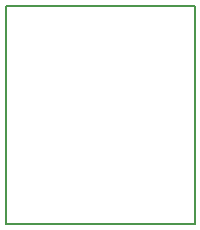
<source format=gbr>
G04 DipTrace 3.2.0.0*
G04 BoardOutline.gbr*
%MOMM*%
G04 #@! TF.FileFunction,Profile*
G04 #@! TF.Part,Single*
%ADD11C,0.14*%
%FSLAX35Y35*%
G04*
G71*
G90*
G75*
G01*
G04 BoardOutline*
%LPD*%
X1000000Y2840000D2*
D11*
X2600000D1*
Y1000000D1*
X1000000D1*
Y2840000D1*
M02*

</source>
